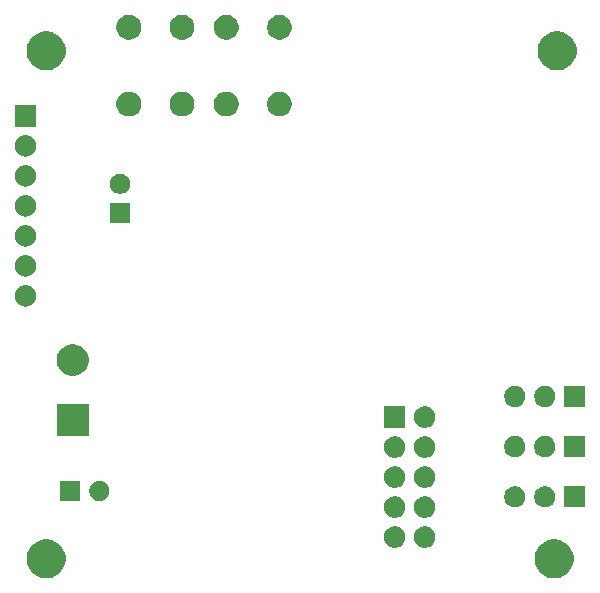
<source format=gbr>
G04 #@! TF.GenerationSoftware,KiCad,Pcbnew,(5.1.5)-3*
G04 #@! TF.CreationDate,2021-01-11T18:37:13+01:00*
G04 #@! TF.ProjectId,esp12Board,65737031-3242-46f6-9172-642e6b696361,rev?*
G04 #@! TF.SameCoordinates,Original*
G04 #@! TF.FileFunction,Soldermask,Bot*
G04 #@! TF.FilePolarity,Negative*
%FSLAX46Y46*%
G04 Gerber Fmt 4.6, Leading zero omitted, Abs format (unit mm)*
G04 Created by KiCad (PCBNEW (5.1.5)-3) date 2021-01-11 18:37:13*
%MOMM*%
%LPD*%
G04 APERTURE LIST*
%ADD10C,0.100000*%
G04 APERTURE END LIST*
D10*
G36*
X76875256Y-79891298D02*
G01*
X76981579Y-79912447D01*
X77282042Y-80036903D01*
X77552451Y-80217585D01*
X77782415Y-80447549D01*
X77963097Y-80717958D01*
X78087553Y-81018421D01*
X78151000Y-81337391D01*
X78151000Y-81662609D01*
X78087553Y-81981579D01*
X77963097Y-82282042D01*
X77782415Y-82552451D01*
X77552451Y-82782415D01*
X77282042Y-82963097D01*
X76981579Y-83087553D01*
X76875256Y-83108702D01*
X76662611Y-83151000D01*
X76337389Y-83151000D01*
X76124744Y-83108702D01*
X76018421Y-83087553D01*
X75717958Y-82963097D01*
X75447549Y-82782415D01*
X75217585Y-82552451D01*
X75036903Y-82282042D01*
X74912447Y-81981579D01*
X74849000Y-81662609D01*
X74849000Y-81337391D01*
X74912447Y-81018421D01*
X75036903Y-80717958D01*
X75217585Y-80447549D01*
X75447549Y-80217585D01*
X75717958Y-80036903D01*
X76018421Y-79912447D01*
X76124744Y-79891298D01*
X76337389Y-79849000D01*
X76662611Y-79849000D01*
X76875256Y-79891298D01*
G37*
G36*
X33875256Y-79891298D02*
G01*
X33981579Y-79912447D01*
X34282042Y-80036903D01*
X34552451Y-80217585D01*
X34782415Y-80447549D01*
X34963097Y-80717958D01*
X35087553Y-81018421D01*
X35151000Y-81337391D01*
X35151000Y-81662609D01*
X35087553Y-81981579D01*
X34963097Y-82282042D01*
X34782415Y-82552451D01*
X34552451Y-82782415D01*
X34282042Y-82963097D01*
X33981579Y-83087553D01*
X33875256Y-83108702D01*
X33662611Y-83151000D01*
X33337389Y-83151000D01*
X33124744Y-83108702D01*
X33018421Y-83087553D01*
X32717958Y-82963097D01*
X32447549Y-82782415D01*
X32217585Y-82552451D01*
X32036903Y-82282042D01*
X31912447Y-81981579D01*
X31849000Y-81662609D01*
X31849000Y-81337391D01*
X31912447Y-81018421D01*
X32036903Y-80717958D01*
X32217585Y-80447549D01*
X32447549Y-80217585D01*
X32717958Y-80036903D01*
X33018421Y-79912447D01*
X33124744Y-79891298D01*
X33337389Y-79849000D01*
X33662611Y-79849000D01*
X33875256Y-79891298D01*
G37*
G36*
X63266778Y-78780547D02*
G01*
X63433224Y-78849491D01*
X63583022Y-78949583D01*
X63710417Y-79076978D01*
X63810509Y-79226776D01*
X63879453Y-79393222D01*
X63914600Y-79569918D01*
X63914600Y-79750082D01*
X63879453Y-79926778D01*
X63810509Y-80093224D01*
X63710417Y-80243022D01*
X63583022Y-80370417D01*
X63433224Y-80470509D01*
X63266778Y-80539453D01*
X63090082Y-80574600D01*
X62909918Y-80574600D01*
X62733222Y-80539453D01*
X62566776Y-80470509D01*
X62416978Y-80370417D01*
X62289583Y-80243022D01*
X62189491Y-80093224D01*
X62120547Y-79926778D01*
X62085400Y-79750082D01*
X62085400Y-79569918D01*
X62120547Y-79393222D01*
X62189491Y-79226776D01*
X62289583Y-79076978D01*
X62416978Y-78949583D01*
X62566776Y-78849491D01*
X62733222Y-78780547D01*
X62909918Y-78745400D01*
X63090082Y-78745400D01*
X63266778Y-78780547D01*
G37*
G36*
X65806778Y-78780547D02*
G01*
X65973224Y-78849491D01*
X66123022Y-78949583D01*
X66250417Y-79076978D01*
X66350509Y-79226776D01*
X66419453Y-79393222D01*
X66454600Y-79569918D01*
X66454600Y-79750082D01*
X66419453Y-79926778D01*
X66350509Y-80093224D01*
X66250417Y-80243022D01*
X66123022Y-80370417D01*
X65973224Y-80470509D01*
X65806778Y-80539453D01*
X65630082Y-80574600D01*
X65449918Y-80574600D01*
X65273222Y-80539453D01*
X65106776Y-80470509D01*
X64956978Y-80370417D01*
X64829583Y-80243022D01*
X64729491Y-80093224D01*
X64660547Y-79926778D01*
X64625400Y-79750082D01*
X64625400Y-79569918D01*
X64660547Y-79393222D01*
X64729491Y-79226776D01*
X64829583Y-79076978D01*
X64956978Y-78949583D01*
X65106776Y-78849491D01*
X65273222Y-78780547D01*
X65449918Y-78745400D01*
X65630082Y-78745400D01*
X65806778Y-78780547D01*
G37*
G36*
X63266778Y-76240547D02*
G01*
X63433224Y-76309491D01*
X63583022Y-76409583D01*
X63710417Y-76536978D01*
X63810509Y-76686776D01*
X63879453Y-76853222D01*
X63914600Y-77029918D01*
X63914600Y-77210082D01*
X63879453Y-77386778D01*
X63810509Y-77553224D01*
X63710417Y-77703022D01*
X63583022Y-77830417D01*
X63433224Y-77930509D01*
X63266778Y-77999453D01*
X63090082Y-78034600D01*
X62909918Y-78034600D01*
X62733222Y-77999453D01*
X62566776Y-77930509D01*
X62416978Y-77830417D01*
X62289583Y-77703022D01*
X62189491Y-77553224D01*
X62120547Y-77386778D01*
X62085400Y-77210082D01*
X62085400Y-77029918D01*
X62120547Y-76853222D01*
X62189491Y-76686776D01*
X62289583Y-76536978D01*
X62416978Y-76409583D01*
X62566776Y-76309491D01*
X62733222Y-76240547D01*
X62909918Y-76205400D01*
X63090082Y-76205400D01*
X63266778Y-76240547D01*
G37*
G36*
X65806778Y-76240547D02*
G01*
X65973224Y-76309491D01*
X66123022Y-76409583D01*
X66250417Y-76536978D01*
X66350509Y-76686776D01*
X66419453Y-76853222D01*
X66454600Y-77029918D01*
X66454600Y-77210082D01*
X66419453Y-77386778D01*
X66350509Y-77553224D01*
X66250417Y-77703022D01*
X66123022Y-77830417D01*
X65973224Y-77930509D01*
X65806778Y-77999453D01*
X65630082Y-78034600D01*
X65449918Y-78034600D01*
X65273222Y-77999453D01*
X65106776Y-77930509D01*
X64956978Y-77830417D01*
X64829583Y-77703022D01*
X64729491Y-77553224D01*
X64660547Y-77386778D01*
X64625400Y-77210082D01*
X64625400Y-77029918D01*
X64660547Y-76853222D01*
X64729491Y-76686776D01*
X64829583Y-76536978D01*
X64956978Y-76409583D01*
X65106776Y-76309491D01*
X65273222Y-76240547D01*
X65449918Y-76205400D01*
X65630082Y-76205400D01*
X65806778Y-76240547D01*
G37*
G36*
X75823512Y-75353927D02*
G01*
X75972812Y-75383624D01*
X76136784Y-75451544D01*
X76284354Y-75550147D01*
X76409853Y-75675646D01*
X76508456Y-75823216D01*
X76576376Y-75987188D01*
X76611000Y-76161259D01*
X76611000Y-76338741D01*
X76576376Y-76512812D01*
X76508456Y-76676784D01*
X76409853Y-76824354D01*
X76284354Y-76949853D01*
X76136784Y-77048456D01*
X75972812Y-77116376D01*
X75823512Y-77146073D01*
X75798742Y-77151000D01*
X75621258Y-77151000D01*
X75596488Y-77146073D01*
X75447188Y-77116376D01*
X75283216Y-77048456D01*
X75135646Y-76949853D01*
X75010147Y-76824354D01*
X74911544Y-76676784D01*
X74843624Y-76512812D01*
X74809000Y-76338741D01*
X74809000Y-76161259D01*
X74843624Y-75987188D01*
X74911544Y-75823216D01*
X75010147Y-75675646D01*
X75135646Y-75550147D01*
X75283216Y-75451544D01*
X75447188Y-75383624D01*
X75596488Y-75353927D01*
X75621258Y-75349000D01*
X75798742Y-75349000D01*
X75823512Y-75353927D01*
G37*
G36*
X79151000Y-77151000D02*
G01*
X77349000Y-77151000D01*
X77349000Y-75349000D01*
X79151000Y-75349000D01*
X79151000Y-77151000D01*
G37*
G36*
X73283512Y-75353927D02*
G01*
X73432812Y-75383624D01*
X73596784Y-75451544D01*
X73744354Y-75550147D01*
X73869853Y-75675646D01*
X73968456Y-75823216D01*
X74036376Y-75987188D01*
X74071000Y-76161259D01*
X74071000Y-76338741D01*
X74036376Y-76512812D01*
X73968456Y-76676784D01*
X73869853Y-76824354D01*
X73744354Y-76949853D01*
X73596784Y-77048456D01*
X73432812Y-77116376D01*
X73283512Y-77146073D01*
X73258742Y-77151000D01*
X73081258Y-77151000D01*
X73056488Y-77146073D01*
X72907188Y-77116376D01*
X72743216Y-77048456D01*
X72595646Y-76949853D01*
X72470147Y-76824354D01*
X72371544Y-76676784D01*
X72303624Y-76512812D01*
X72269000Y-76338741D01*
X72269000Y-76161259D01*
X72303624Y-75987188D01*
X72371544Y-75823216D01*
X72470147Y-75675646D01*
X72595646Y-75550147D01*
X72743216Y-75451544D01*
X72907188Y-75383624D01*
X73056488Y-75353927D01*
X73081258Y-75349000D01*
X73258742Y-75349000D01*
X73283512Y-75353927D01*
G37*
G36*
X36351000Y-76601000D02*
G01*
X34649000Y-76601000D01*
X34649000Y-74899000D01*
X36351000Y-74899000D01*
X36351000Y-76601000D01*
G37*
G36*
X38248228Y-74931703D02*
G01*
X38403100Y-74995853D01*
X38542481Y-75088985D01*
X38661015Y-75207519D01*
X38754147Y-75346900D01*
X38818297Y-75501772D01*
X38851000Y-75666184D01*
X38851000Y-75833816D01*
X38818297Y-75998228D01*
X38754147Y-76153100D01*
X38661015Y-76292481D01*
X38542481Y-76411015D01*
X38403100Y-76504147D01*
X38248228Y-76568297D01*
X38083816Y-76601000D01*
X37916184Y-76601000D01*
X37751772Y-76568297D01*
X37596900Y-76504147D01*
X37457519Y-76411015D01*
X37338985Y-76292481D01*
X37245853Y-76153100D01*
X37181703Y-75998228D01*
X37149000Y-75833816D01*
X37149000Y-75666184D01*
X37181703Y-75501772D01*
X37245853Y-75346900D01*
X37338985Y-75207519D01*
X37457519Y-75088985D01*
X37596900Y-74995853D01*
X37751772Y-74931703D01*
X37916184Y-74899000D01*
X38083816Y-74899000D01*
X38248228Y-74931703D01*
G37*
G36*
X65806778Y-73700547D02*
G01*
X65973224Y-73769491D01*
X66123022Y-73869583D01*
X66250417Y-73996978D01*
X66350509Y-74146776D01*
X66419453Y-74313222D01*
X66454600Y-74489918D01*
X66454600Y-74670082D01*
X66419453Y-74846778D01*
X66350509Y-75013224D01*
X66250417Y-75163022D01*
X66123022Y-75290417D01*
X65973224Y-75390509D01*
X65806778Y-75459453D01*
X65630082Y-75494600D01*
X65449918Y-75494600D01*
X65273222Y-75459453D01*
X65106776Y-75390509D01*
X64956978Y-75290417D01*
X64829583Y-75163022D01*
X64729491Y-75013224D01*
X64660547Y-74846778D01*
X64625400Y-74670082D01*
X64625400Y-74489918D01*
X64660547Y-74313222D01*
X64729491Y-74146776D01*
X64829583Y-73996978D01*
X64956978Y-73869583D01*
X65106776Y-73769491D01*
X65273222Y-73700547D01*
X65449918Y-73665400D01*
X65630082Y-73665400D01*
X65806778Y-73700547D01*
G37*
G36*
X63266778Y-73700547D02*
G01*
X63433224Y-73769491D01*
X63583022Y-73869583D01*
X63710417Y-73996978D01*
X63810509Y-74146776D01*
X63879453Y-74313222D01*
X63914600Y-74489918D01*
X63914600Y-74670082D01*
X63879453Y-74846778D01*
X63810509Y-75013224D01*
X63710417Y-75163022D01*
X63583022Y-75290417D01*
X63433224Y-75390509D01*
X63266778Y-75459453D01*
X63090082Y-75494600D01*
X62909918Y-75494600D01*
X62733222Y-75459453D01*
X62566776Y-75390509D01*
X62416978Y-75290417D01*
X62289583Y-75163022D01*
X62189491Y-75013224D01*
X62120547Y-74846778D01*
X62085400Y-74670082D01*
X62085400Y-74489918D01*
X62120547Y-74313222D01*
X62189491Y-74146776D01*
X62289583Y-73996978D01*
X62416978Y-73869583D01*
X62566776Y-73769491D01*
X62733222Y-73700547D01*
X62909918Y-73665400D01*
X63090082Y-73665400D01*
X63266778Y-73700547D01*
G37*
G36*
X63266778Y-71160547D02*
G01*
X63433224Y-71229491D01*
X63583022Y-71329583D01*
X63710417Y-71456978D01*
X63810509Y-71606776D01*
X63879453Y-71773222D01*
X63914600Y-71949918D01*
X63914600Y-72130082D01*
X63879453Y-72306778D01*
X63810509Y-72473224D01*
X63710417Y-72623022D01*
X63583022Y-72750417D01*
X63433224Y-72850509D01*
X63266778Y-72919453D01*
X63090082Y-72954600D01*
X62909918Y-72954600D01*
X62733222Y-72919453D01*
X62566776Y-72850509D01*
X62416978Y-72750417D01*
X62289583Y-72623022D01*
X62189491Y-72473224D01*
X62120547Y-72306778D01*
X62085400Y-72130082D01*
X62085400Y-71949918D01*
X62120547Y-71773222D01*
X62189491Y-71606776D01*
X62289583Y-71456978D01*
X62416978Y-71329583D01*
X62566776Y-71229491D01*
X62733222Y-71160547D01*
X62909918Y-71125400D01*
X63090082Y-71125400D01*
X63266778Y-71160547D01*
G37*
G36*
X65806778Y-71160547D02*
G01*
X65973224Y-71229491D01*
X66123022Y-71329583D01*
X66250417Y-71456978D01*
X66350509Y-71606776D01*
X66419453Y-71773222D01*
X66454600Y-71949918D01*
X66454600Y-72130082D01*
X66419453Y-72306778D01*
X66350509Y-72473224D01*
X66250417Y-72623022D01*
X66123022Y-72750417D01*
X65973224Y-72850509D01*
X65806778Y-72919453D01*
X65630082Y-72954600D01*
X65449918Y-72954600D01*
X65273222Y-72919453D01*
X65106776Y-72850509D01*
X64956978Y-72750417D01*
X64829583Y-72623022D01*
X64729491Y-72473224D01*
X64660547Y-72306778D01*
X64625400Y-72130082D01*
X64625400Y-71949918D01*
X64660547Y-71773222D01*
X64729491Y-71606776D01*
X64829583Y-71456978D01*
X64956978Y-71329583D01*
X65106776Y-71229491D01*
X65273222Y-71160547D01*
X65449918Y-71125400D01*
X65630082Y-71125400D01*
X65806778Y-71160547D01*
G37*
G36*
X79151000Y-72901000D02*
G01*
X77349000Y-72901000D01*
X77349000Y-71099000D01*
X79151000Y-71099000D01*
X79151000Y-72901000D01*
G37*
G36*
X75823512Y-71103927D02*
G01*
X75972812Y-71133624D01*
X76136784Y-71201544D01*
X76284354Y-71300147D01*
X76409853Y-71425646D01*
X76508456Y-71573216D01*
X76576376Y-71737188D01*
X76611000Y-71911259D01*
X76611000Y-72088741D01*
X76576376Y-72262812D01*
X76508456Y-72426784D01*
X76409853Y-72574354D01*
X76284354Y-72699853D01*
X76136784Y-72798456D01*
X75972812Y-72866376D01*
X75823512Y-72896073D01*
X75798742Y-72901000D01*
X75621258Y-72901000D01*
X75596488Y-72896073D01*
X75447188Y-72866376D01*
X75283216Y-72798456D01*
X75135646Y-72699853D01*
X75010147Y-72574354D01*
X74911544Y-72426784D01*
X74843624Y-72262812D01*
X74809000Y-72088741D01*
X74809000Y-71911259D01*
X74843624Y-71737188D01*
X74911544Y-71573216D01*
X75010147Y-71425646D01*
X75135646Y-71300147D01*
X75283216Y-71201544D01*
X75447188Y-71133624D01*
X75596488Y-71103927D01*
X75621258Y-71099000D01*
X75798742Y-71099000D01*
X75823512Y-71103927D01*
G37*
G36*
X73283512Y-71103927D02*
G01*
X73432812Y-71133624D01*
X73596784Y-71201544D01*
X73744354Y-71300147D01*
X73869853Y-71425646D01*
X73968456Y-71573216D01*
X74036376Y-71737188D01*
X74071000Y-71911259D01*
X74071000Y-72088741D01*
X74036376Y-72262812D01*
X73968456Y-72426784D01*
X73869853Y-72574354D01*
X73744354Y-72699853D01*
X73596784Y-72798456D01*
X73432812Y-72866376D01*
X73283512Y-72896073D01*
X73258742Y-72901000D01*
X73081258Y-72901000D01*
X73056488Y-72896073D01*
X72907188Y-72866376D01*
X72743216Y-72798456D01*
X72595646Y-72699853D01*
X72470147Y-72574354D01*
X72371544Y-72426784D01*
X72303624Y-72262812D01*
X72269000Y-72088741D01*
X72269000Y-71911259D01*
X72303624Y-71737188D01*
X72371544Y-71573216D01*
X72470147Y-71425646D01*
X72595646Y-71300147D01*
X72743216Y-71201544D01*
X72907188Y-71133624D01*
X73056488Y-71103927D01*
X73081258Y-71099000D01*
X73258742Y-71099000D01*
X73283512Y-71103927D01*
G37*
G36*
X37101000Y-71101000D02*
G01*
X34399000Y-71101000D01*
X34399000Y-68399000D01*
X37101000Y-68399000D01*
X37101000Y-71101000D01*
G37*
G36*
X63914600Y-70414600D02*
G01*
X62085400Y-70414600D01*
X62085400Y-68585400D01*
X63914600Y-68585400D01*
X63914600Y-70414600D01*
G37*
G36*
X65806778Y-68620547D02*
G01*
X65973224Y-68689491D01*
X66123022Y-68789583D01*
X66250417Y-68916978D01*
X66350509Y-69066776D01*
X66419453Y-69233222D01*
X66454600Y-69409918D01*
X66454600Y-69590082D01*
X66419453Y-69766778D01*
X66350509Y-69933224D01*
X66250417Y-70083022D01*
X66123022Y-70210417D01*
X65973224Y-70310509D01*
X65806778Y-70379453D01*
X65630082Y-70414600D01*
X65449918Y-70414600D01*
X65273222Y-70379453D01*
X65106776Y-70310509D01*
X64956978Y-70210417D01*
X64829583Y-70083022D01*
X64729491Y-69933224D01*
X64660547Y-69766778D01*
X64625400Y-69590082D01*
X64625400Y-69409918D01*
X64660547Y-69233222D01*
X64729491Y-69066776D01*
X64829583Y-68916978D01*
X64956978Y-68789583D01*
X65106776Y-68689491D01*
X65273222Y-68620547D01*
X65449918Y-68585400D01*
X65630082Y-68585400D01*
X65806778Y-68620547D01*
G37*
G36*
X73283512Y-66853927D02*
G01*
X73432812Y-66883624D01*
X73596784Y-66951544D01*
X73744354Y-67050147D01*
X73869853Y-67175646D01*
X73968456Y-67323216D01*
X74036376Y-67487188D01*
X74071000Y-67661259D01*
X74071000Y-67838741D01*
X74036376Y-68012812D01*
X73968456Y-68176784D01*
X73869853Y-68324354D01*
X73744354Y-68449853D01*
X73596784Y-68548456D01*
X73432812Y-68616376D01*
X73283512Y-68646073D01*
X73258742Y-68651000D01*
X73081258Y-68651000D01*
X73056488Y-68646073D01*
X72907188Y-68616376D01*
X72743216Y-68548456D01*
X72595646Y-68449853D01*
X72470147Y-68324354D01*
X72371544Y-68176784D01*
X72303624Y-68012812D01*
X72269000Y-67838741D01*
X72269000Y-67661259D01*
X72303624Y-67487188D01*
X72371544Y-67323216D01*
X72470147Y-67175646D01*
X72595646Y-67050147D01*
X72743216Y-66951544D01*
X72907188Y-66883624D01*
X73056488Y-66853927D01*
X73081258Y-66849000D01*
X73258742Y-66849000D01*
X73283512Y-66853927D01*
G37*
G36*
X75823512Y-66853927D02*
G01*
X75972812Y-66883624D01*
X76136784Y-66951544D01*
X76284354Y-67050147D01*
X76409853Y-67175646D01*
X76508456Y-67323216D01*
X76576376Y-67487188D01*
X76611000Y-67661259D01*
X76611000Y-67838741D01*
X76576376Y-68012812D01*
X76508456Y-68176784D01*
X76409853Y-68324354D01*
X76284354Y-68449853D01*
X76136784Y-68548456D01*
X75972812Y-68616376D01*
X75823512Y-68646073D01*
X75798742Y-68651000D01*
X75621258Y-68651000D01*
X75596488Y-68646073D01*
X75447188Y-68616376D01*
X75283216Y-68548456D01*
X75135646Y-68449853D01*
X75010147Y-68324354D01*
X74911544Y-68176784D01*
X74843624Y-68012812D01*
X74809000Y-67838741D01*
X74809000Y-67661259D01*
X74843624Y-67487188D01*
X74911544Y-67323216D01*
X75010147Y-67175646D01*
X75135646Y-67050147D01*
X75283216Y-66951544D01*
X75447188Y-66883624D01*
X75596488Y-66853927D01*
X75621258Y-66849000D01*
X75798742Y-66849000D01*
X75823512Y-66853927D01*
G37*
G36*
X79151000Y-68651000D02*
G01*
X77349000Y-68651000D01*
X77349000Y-66849000D01*
X79151000Y-66849000D01*
X79151000Y-68651000D01*
G37*
G36*
X36144072Y-63370918D02*
G01*
X36389939Y-63472759D01*
X36611212Y-63620610D01*
X36799390Y-63808788D01*
X36947241Y-64030061D01*
X37049082Y-64275928D01*
X37101000Y-64536938D01*
X37101000Y-64803062D01*
X37049082Y-65064072D01*
X36947241Y-65309939D01*
X36799390Y-65531212D01*
X36611212Y-65719390D01*
X36389939Y-65867241D01*
X36389938Y-65867242D01*
X36389937Y-65867242D01*
X36144072Y-65969082D01*
X35883063Y-66021000D01*
X35616937Y-66021000D01*
X35355928Y-65969082D01*
X35110063Y-65867242D01*
X35110062Y-65867242D01*
X35110061Y-65867241D01*
X34888788Y-65719390D01*
X34700610Y-65531212D01*
X34552759Y-65309939D01*
X34450918Y-65064072D01*
X34399000Y-64803062D01*
X34399000Y-64536938D01*
X34450918Y-64275928D01*
X34552759Y-64030061D01*
X34700610Y-63808788D01*
X34888788Y-63620610D01*
X35110061Y-63472759D01*
X35355928Y-63370918D01*
X35616937Y-63319000D01*
X35883063Y-63319000D01*
X36144072Y-63370918D01*
G37*
G36*
X31863512Y-58343927D02*
G01*
X32012812Y-58373624D01*
X32176784Y-58441544D01*
X32324354Y-58540147D01*
X32449853Y-58665646D01*
X32548456Y-58813216D01*
X32616376Y-58977188D01*
X32651000Y-59151259D01*
X32651000Y-59328741D01*
X32616376Y-59502812D01*
X32548456Y-59666784D01*
X32449853Y-59814354D01*
X32324354Y-59939853D01*
X32176784Y-60038456D01*
X32012812Y-60106376D01*
X31863512Y-60136073D01*
X31838742Y-60141000D01*
X31661258Y-60141000D01*
X31636488Y-60136073D01*
X31487188Y-60106376D01*
X31323216Y-60038456D01*
X31175646Y-59939853D01*
X31050147Y-59814354D01*
X30951544Y-59666784D01*
X30883624Y-59502812D01*
X30849000Y-59328741D01*
X30849000Y-59151259D01*
X30883624Y-58977188D01*
X30951544Y-58813216D01*
X31050147Y-58665646D01*
X31175646Y-58540147D01*
X31323216Y-58441544D01*
X31487188Y-58373624D01*
X31636488Y-58343927D01*
X31661258Y-58339000D01*
X31838742Y-58339000D01*
X31863512Y-58343927D01*
G37*
G36*
X31863512Y-55803927D02*
G01*
X32012812Y-55833624D01*
X32176784Y-55901544D01*
X32324354Y-56000147D01*
X32449853Y-56125646D01*
X32548456Y-56273216D01*
X32616376Y-56437188D01*
X32651000Y-56611259D01*
X32651000Y-56788741D01*
X32616376Y-56962812D01*
X32548456Y-57126784D01*
X32449853Y-57274354D01*
X32324354Y-57399853D01*
X32176784Y-57498456D01*
X32012812Y-57566376D01*
X31863512Y-57596073D01*
X31838742Y-57601000D01*
X31661258Y-57601000D01*
X31636488Y-57596073D01*
X31487188Y-57566376D01*
X31323216Y-57498456D01*
X31175646Y-57399853D01*
X31050147Y-57274354D01*
X30951544Y-57126784D01*
X30883624Y-56962812D01*
X30849000Y-56788741D01*
X30849000Y-56611259D01*
X30883624Y-56437188D01*
X30951544Y-56273216D01*
X31050147Y-56125646D01*
X31175646Y-56000147D01*
X31323216Y-55901544D01*
X31487188Y-55833624D01*
X31636488Y-55803927D01*
X31661258Y-55799000D01*
X31838742Y-55799000D01*
X31863512Y-55803927D01*
G37*
G36*
X31863512Y-53263927D02*
G01*
X32012812Y-53293624D01*
X32176784Y-53361544D01*
X32324354Y-53460147D01*
X32449853Y-53585646D01*
X32548456Y-53733216D01*
X32616376Y-53897188D01*
X32651000Y-54071259D01*
X32651000Y-54248741D01*
X32616376Y-54422812D01*
X32548456Y-54586784D01*
X32449853Y-54734354D01*
X32324354Y-54859853D01*
X32176784Y-54958456D01*
X32012812Y-55026376D01*
X31863512Y-55056073D01*
X31838742Y-55061000D01*
X31661258Y-55061000D01*
X31636488Y-55056073D01*
X31487188Y-55026376D01*
X31323216Y-54958456D01*
X31175646Y-54859853D01*
X31050147Y-54734354D01*
X30951544Y-54586784D01*
X30883624Y-54422812D01*
X30849000Y-54248741D01*
X30849000Y-54071259D01*
X30883624Y-53897188D01*
X30951544Y-53733216D01*
X31050147Y-53585646D01*
X31175646Y-53460147D01*
X31323216Y-53361544D01*
X31487188Y-53293624D01*
X31636488Y-53263927D01*
X31661258Y-53259000D01*
X31838742Y-53259000D01*
X31863512Y-53263927D01*
G37*
G36*
X40601000Y-53101000D02*
G01*
X38899000Y-53101000D01*
X38899000Y-51399000D01*
X40601000Y-51399000D01*
X40601000Y-53101000D01*
G37*
G36*
X31863512Y-50723927D02*
G01*
X32012812Y-50753624D01*
X32176784Y-50821544D01*
X32324354Y-50920147D01*
X32449853Y-51045646D01*
X32548456Y-51193216D01*
X32616376Y-51357188D01*
X32651000Y-51531259D01*
X32651000Y-51708741D01*
X32616376Y-51882812D01*
X32548456Y-52046784D01*
X32449853Y-52194354D01*
X32324354Y-52319853D01*
X32176784Y-52418456D01*
X32012812Y-52486376D01*
X31863512Y-52516073D01*
X31838742Y-52521000D01*
X31661258Y-52521000D01*
X31636488Y-52516073D01*
X31487188Y-52486376D01*
X31323216Y-52418456D01*
X31175646Y-52319853D01*
X31050147Y-52194354D01*
X30951544Y-52046784D01*
X30883624Y-51882812D01*
X30849000Y-51708741D01*
X30849000Y-51531259D01*
X30883624Y-51357188D01*
X30951544Y-51193216D01*
X31050147Y-51045646D01*
X31175646Y-50920147D01*
X31323216Y-50821544D01*
X31487188Y-50753624D01*
X31636488Y-50723927D01*
X31661258Y-50719000D01*
X31838742Y-50719000D01*
X31863512Y-50723927D01*
G37*
G36*
X39998228Y-48931703D02*
G01*
X40153100Y-48995853D01*
X40292481Y-49088985D01*
X40411015Y-49207519D01*
X40504147Y-49346900D01*
X40568297Y-49501772D01*
X40601000Y-49666184D01*
X40601000Y-49833816D01*
X40568297Y-49998228D01*
X40504147Y-50153100D01*
X40411015Y-50292481D01*
X40292481Y-50411015D01*
X40153100Y-50504147D01*
X39998228Y-50568297D01*
X39833816Y-50601000D01*
X39666184Y-50601000D01*
X39501772Y-50568297D01*
X39346900Y-50504147D01*
X39207519Y-50411015D01*
X39088985Y-50292481D01*
X38995853Y-50153100D01*
X38931703Y-49998228D01*
X38899000Y-49833816D01*
X38899000Y-49666184D01*
X38931703Y-49501772D01*
X38995853Y-49346900D01*
X39088985Y-49207519D01*
X39207519Y-49088985D01*
X39346900Y-48995853D01*
X39501772Y-48931703D01*
X39666184Y-48899000D01*
X39833816Y-48899000D01*
X39998228Y-48931703D01*
G37*
G36*
X31863512Y-48183927D02*
G01*
X32012812Y-48213624D01*
X32176784Y-48281544D01*
X32324354Y-48380147D01*
X32449853Y-48505646D01*
X32548456Y-48653216D01*
X32616376Y-48817188D01*
X32651000Y-48991259D01*
X32651000Y-49168741D01*
X32616376Y-49342812D01*
X32548456Y-49506784D01*
X32449853Y-49654354D01*
X32324354Y-49779853D01*
X32176784Y-49878456D01*
X32012812Y-49946376D01*
X31863512Y-49976073D01*
X31838742Y-49981000D01*
X31661258Y-49981000D01*
X31636488Y-49976073D01*
X31487188Y-49946376D01*
X31323216Y-49878456D01*
X31175646Y-49779853D01*
X31050147Y-49654354D01*
X30951544Y-49506784D01*
X30883624Y-49342812D01*
X30849000Y-49168741D01*
X30849000Y-48991259D01*
X30883624Y-48817188D01*
X30951544Y-48653216D01*
X31050147Y-48505646D01*
X31175646Y-48380147D01*
X31323216Y-48281544D01*
X31487188Y-48213624D01*
X31636488Y-48183927D01*
X31661258Y-48179000D01*
X31838742Y-48179000D01*
X31863512Y-48183927D01*
G37*
G36*
X31863512Y-45643927D02*
G01*
X32012812Y-45673624D01*
X32176784Y-45741544D01*
X32324354Y-45840147D01*
X32449853Y-45965646D01*
X32548456Y-46113216D01*
X32616376Y-46277188D01*
X32651000Y-46451259D01*
X32651000Y-46628741D01*
X32616376Y-46802812D01*
X32548456Y-46966784D01*
X32449853Y-47114354D01*
X32324354Y-47239853D01*
X32176784Y-47338456D01*
X32012812Y-47406376D01*
X31863512Y-47436073D01*
X31838742Y-47441000D01*
X31661258Y-47441000D01*
X31636488Y-47436073D01*
X31487188Y-47406376D01*
X31323216Y-47338456D01*
X31175646Y-47239853D01*
X31050147Y-47114354D01*
X30951544Y-46966784D01*
X30883624Y-46802812D01*
X30849000Y-46628741D01*
X30849000Y-46451259D01*
X30883624Y-46277188D01*
X30951544Y-46113216D01*
X31050147Y-45965646D01*
X31175646Y-45840147D01*
X31323216Y-45741544D01*
X31487188Y-45673624D01*
X31636488Y-45643927D01*
X31661258Y-45639000D01*
X31838742Y-45639000D01*
X31863512Y-45643927D01*
G37*
G36*
X32651000Y-44901000D02*
G01*
X30849000Y-44901000D01*
X30849000Y-43099000D01*
X32651000Y-43099000D01*
X32651000Y-44901000D01*
G37*
G36*
X45306564Y-41989389D02*
G01*
X45497833Y-42068615D01*
X45497835Y-42068616D01*
X45669973Y-42183635D01*
X45816365Y-42330027D01*
X45931385Y-42502167D01*
X46010611Y-42693436D01*
X46051000Y-42896484D01*
X46051000Y-43103516D01*
X46010611Y-43306564D01*
X45931385Y-43497833D01*
X45931384Y-43497835D01*
X45816365Y-43669973D01*
X45669973Y-43816365D01*
X45497835Y-43931384D01*
X45497834Y-43931385D01*
X45497833Y-43931385D01*
X45306564Y-44010611D01*
X45103516Y-44051000D01*
X44896484Y-44051000D01*
X44693436Y-44010611D01*
X44502167Y-43931385D01*
X44502166Y-43931385D01*
X44502165Y-43931384D01*
X44330027Y-43816365D01*
X44183635Y-43669973D01*
X44068616Y-43497835D01*
X44068615Y-43497833D01*
X43989389Y-43306564D01*
X43949000Y-43103516D01*
X43949000Y-42896484D01*
X43989389Y-42693436D01*
X44068615Y-42502167D01*
X44183635Y-42330027D01*
X44330027Y-42183635D01*
X44502165Y-42068616D01*
X44502167Y-42068615D01*
X44693436Y-41989389D01*
X44896484Y-41949000D01*
X45103516Y-41949000D01*
X45306564Y-41989389D01*
G37*
G36*
X40806564Y-41989389D02*
G01*
X40997833Y-42068615D01*
X40997835Y-42068616D01*
X41169973Y-42183635D01*
X41316365Y-42330027D01*
X41431385Y-42502167D01*
X41510611Y-42693436D01*
X41551000Y-42896484D01*
X41551000Y-43103516D01*
X41510611Y-43306564D01*
X41431385Y-43497833D01*
X41431384Y-43497835D01*
X41316365Y-43669973D01*
X41169973Y-43816365D01*
X40997835Y-43931384D01*
X40997834Y-43931385D01*
X40997833Y-43931385D01*
X40806564Y-44010611D01*
X40603516Y-44051000D01*
X40396484Y-44051000D01*
X40193436Y-44010611D01*
X40002167Y-43931385D01*
X40002166Y-43931385D01*
X40002165Y-43931384D01*
X39830027Y-43816365D01*
X39683635Y-43669973D01*
X39568616Y-43497835D01*
X39568615Y-43497833D01*
X39489389Y-43306564D01*
X39449000Y-43103516D01*
X39449000Y-42896484D01*
X39489389Y-42693436D01*
X39568615Y-42502167D01*
X39683635Y-42330027D01*
X39830027Y-42183635D01*
X40002165Y-42068616D01*
X40002167Y-42068615D01*
X40193436Y-41989389D01*
X40396484Y-41949000D01*
X40603516Y-41949000D01*
X40806564Y-41989389D01*
G37*
G36*
X53556564Y-41989389D02*
G01*
X53747833Y-42068615D01*
X53747835Y-42068616D01*
X53919973Y-42183635D01*
X54066365Y-42330027D01*
X54181385Y-42502167D01*
X54260611Y-42693436D01*
X54301000Y-42896484D01*
X54301000Y-43103516D01*
X54260611Y-43306564D01*
X54181385Y-43497833D01*
X54181384Y-43497835D01*
X54066365Y-43669973D01*
X53919973Y-43816365D01*
X53747835Y-43931384D01*
X53747834Y-43931385D01*
X53747833Y-43931385D01*
X53556564Y-44010611D01*
X53353516Y-44051000D01*
X53146484Y-44051000D01*
X52943436Y-44010611D01*
X52752167Y-43931385D01*
X52752166Y-43931385D01*
X52752165Y-43931384D01*
X52580027Y-43816365D01*
X52433635Y-43669973D01*
X52318616Y-43497835D01*
X52318615Y-43497833D01*
X52239389Y-43306564D01*
X52199000Y-43103516D01*
X52199000Y-42896484D01*
X52239389Y-42693436D01*
X52318615Y-42502167D01*
X52433635Y-42330027D01*
X52580027Y-42183635D01*
X52752165Y-42068616D01*
X52752167Y-42068615D01*
X52943436Y-41989389D01*
X53146484Y-41949000D01*
X53353516Y-41949000D01*
X53556564Y-41989389D01*
G37*
G36*
X49056564Y-41989389D02*
G01*
X49247833Y-42068615D01*
X49247835Y-42068616D01*
X49419973Y-42183635D01*
X49566365Y-42330027D01*
X49681385Y-42502167D01*
X49760611Y-42693436D01*
X49801000Y-42896484D01*
X49801000Y-43103516D01*
X49760611Y-43306564D01*
X49681385Y-43497833D01*
X49681384Y-43497835D01*
X49566365Y-43669973D01*
X49419973Y-43816365D01*
X49247835Y-43931384D01*
X49247834Y-43931385D01*
X49247833Y-43931385D01*
X49056564Y-44010611D01*
X48853516Y-44051000D01*
X48646484Y-44051000D01*
X48443436Y-44010611D01*
X48252167Y-43931385D01*
X48252166Y-43931385D01*
X48252165Y-43931384D01*
X48080027Y-43816365D01*
X47933635Y-43669973D01*
X47818616Y-43497835D01*
X47818615Y-43497833D01*
X47739389Y-43306564D01*
X47699000Y-43103516D01*
X47699000Y-42896484D01*
X47739389Y-42693436D01*
X47818615Y-42502167D01*
X47933635Y-42330027D01*
X48080027Y-42183635D01*
X48252165Y-42068616D01*
X48252167Y-42068615D01*
X48443436Y-41989389D01*
X48646484Y-41949000D01*
X48853516Y-41949000D01*
X49056564Y-41989389D01*
G37*
G36*
X33875256Y-36891298D02*
G01*
X33981579Y-36912447D01*
X34282042Y-37036903D01*
X34552451Y-37217585D01*
X34782415Y-37447549D01*
X34963097Y-37717958D01*
X35087553Y-38018421D01*
X35151000Y-38337391D01*
X35151000Y-38662609D01*
X35087553Y-38981579D01*
X34963097Y-39282042D01*
X34782415Y-39552451D01*
X34552451Y-39782415D01*
X34282042Y-39963097D01*
X33981579Y-40087553D01*
X33875256Y-40108702D01*
X33662611Y-40151000D01*
X33337389Y-40151000D01*
X33124744Y-40108702D01*
X33018421Y-40087553D01*
X32717958Y-39963097D01*
X32447549Y-39782415D01*
X32217585Y-39552451D01*
X32036903Y-39282042D01*
X31912447Y-38981579D01*
X31849000Y-38662609D01*
X31849000Y-38337391D01*
X31912447Y-38018421D01*
X32036903Y-37717958D01*
X32217585Y-37447549D01*
X32447549Y-37217585D01*
X32717958Y-37036903D01*
X33018421Y-36912447D01*
X33124744Y-36891298D01*
X33337389Y-36849000D01*
X33662611Y-36849000D01*
X33875256Y-36891298D01*
G37*
G36*
X77125256Y-36891298D02*
G01*
X77231579Y-36912447D01*
X77532042Y-37036903D01*
X77802451Y-37217585D01*
X78032415Y-37447549D01*
X78213097Y-37717958D01*
X78337553Y-38018421D01*
X78401000Y-38337391D01*
X78401000Y-38662609D01*
X78337553Y-38981579D01*
X78213097Y-39282042D01*
X78032415Y-39552451D01*
X77802451Y-39782415D01*
X77532042Y-39963097D01*
X77231579Y-40087553D01*
X77125256Y-40108702D01*
X76912611Y-40151000D01*
X76587389Y-40151000D01*
X76374744Y-40108702D01*
X76268421Y-40087553D01*
X75967958Y-39963097D01*
X75697549Y-39782415D01*
X75467585Y-39552451D01*
X75286903Y-39282042D01*
X75162447Y-38981579D01*
X75099000Y-38662609D01*
X75099000Y-38337391D01*
X75162447Y-38018421D01*
X75286903Y-37717958D01*
X75467585Y-37447549D01*
X75697549Y-37217585D01*
X75967958Y-37036903D01*
X76268421Y-36912447D01*
X76374744Y-36891298D01*
X76587389Y-36849000D01*
X76912611Y-36849000D01*
X77125256Y-36891298D01*
G37*
G36*
X40806564Y-35489389D02*
G01*
X40997833Y-35568615D01*
X40997835Y-35568616D01*
X41169973Y-35683635D01*
X41316365Y-35830027D01*
X41431385Y-36002167D01*
X41510611Y-36193436D01*
X41551000Y-36396484D01*
X41551000Y-36603516D01*
X41510611Y-36806564D01*
X41493033Y-36849000D01*
X41431384Y-36997835D01*
X41316365Y-37169973D01*
X41169973Y-37316365D01*
X40997835Y-37431384D01*
X40997834Y-37431385D01*
X40997833Y-37431385D01*
X40806564Y-37510611D01*
X40603516Y-37551000D01*
X40396484Y-37551000D01*
X40193436Y-37510611D01*
X40002167Y-37431385D01*
X40002166Y-37431385D01*
X40002165Y-37431384D01*
X39830027Y-37316365D01*
X39683635Y-37169973D01*
X39568616Y-36997835D01*
X39506967Y-36849000D01*
X39489389Y-36806564D01*
X39449000Y-36603516D01*
X39449000Y-36396484D01*
X39489389Y-36193436D01*
X39568615Y-36002167D01*
X39683635Y-35830027D01*
X39830027Y-35683635D01*
X40002165Y-35568616D01*
X40002167Y-35568615D01*
X40193436Y-35489389D01*
X40396484Y-35449000D01*
X40603516Y-35449000D01*
X40806564Y-35489389D01*
G37*
G36*
X45306564Y-35489389D02*
G01*
X45497833Y-35568615D01*
X45497835Y-35568616D01*
X45669973Y-35683635D01*
X45816365Y-35830027D01*
X45931385Y-36002167D01*
X46010611Y-36193436D01*
X46051000Y-36396484D01*
X46051000Y-36603516D01*
X46010611Y-36806564D01*
X45993033Y-36849000D01*
X45931384Y-36997835D01*
X45816365Y-37169973D01*
X45669973Y-37316365D01*
X45497835Y-37431384D01*
X45497834Y-37431385D01*
X45497833Y-37431385D01*
X45306564Y-37510611D01*
X45103516Y-37551000D01*
X44896484Y-37551000D01*
X44693436Y-37510611D01*
X44502167Y-37431385D01*
X44502166Y-37431385D01*
X44502165Y-37431384D01*
X44330027Y-37316365D01*
X44183635Y-37169973D01*
X44068616Y-36997835D01*
X44006967Y-36849000D01*
X43989389Y-36806564D01*
X43949000Y-36603516D01*
X43949000Y-36396484D01*
X43989389Y-36193436D01*
X44068615Y-36002167D01*
X44183635Y-35830027D01*
X44330027Y-35683635D01*
X44502165Y-35568616D01*
X44502167Y-35568615D01*
X44693436Y-35489389D01*
X44896484Y-35449000D01*
X45103516Y-35449000D01*
X45306564Y-35489389D01*
G37*
G36*
X49056564Y-35489389D02*
G01*
X49247833Y-35568615D01*
X49247835Y-35568616D01*
X49419973Y-35683635D01*
X49566365Y-35830027D01*
X49681385Y-36002167D01*
X49760611Y-36193436D01*
X49801000Y-36396484D01*
X49801000Y-36603516D01*
X49760611Y-36806564D01*
X49743033Y-36849000D01*
X49681384Y-36997835D01*
X49566365Y-37169973D01*
X49419973Y-37316365D01*
X49247835Y-37431384D01*
X49247834Y-37431385D01*
X49247833Y-37431385D01*
X49056564Y-37510611D01*
X48853516Y-37551000D01*
X48646484Y-37551000D01*
X48443436Y-37510611D01*
X48252167Y-37431385D01*
X48252166Y-37431385D01*
X48252165Y-37431384D01*
X48080027Y-37316365D01*
X47933635Y-37169973D01*
X47818616Y-36997835D01*
X47756967Y-36849000D01*
X47739389Y-36806564D01*
X47699000Y-36603516D01*
X47699000Y-36396484D01*
X47739389Y-36193436D01*
X47818615Y-36002167D01*
X47933635Y-35830027D01*
X48080027Y-35683635D01*
X48252165Y-35568616D01*
X48252167Y-35568615D01*
X48443436Y-35489389D01*
X48646484Y-35449000D01*
X48853516Y-35449000D01*
X49056564Y-35489389D01*
G37*
G36*
X53556564Y-35489389D02*
G01*
X53747833Y-35568615D01*
X53747835Y-35568616D01*
X53919973Y-35683635D01*
X54066365Y-35830027D01*
X54181385Y-36002167D01*
X54260611Y-36193436D01*
X54301000Y-36396484D01*
X54301000Y-36603516D01*
X54260611Y-36806564D01*
X54243033Y-36849000D01*
X54181384Y-36997835D01*
X54066365Y-37169973D01*
X53919973Y-37316365D01*
X53747835Y-37431384D01*
X53747834Y-37431385D01*
X53747833Y-37431385D01*
X53556564Y-37510611D01*
X53353516Y-37551000D01*
X53146484Y-37551000D01*
X52943436Y-37510611D01*
X52752167Y-37431385D01*
X52752166Y-37431385D01*
X52752165Y-37431384D01*
X52580027Y-37316365D01*
X52433635Y-37169973D01*
X52318616Y-36997835D01*
X52256967Y-36849000D01*
X52239389Y-36806564D01*
X52199000Y-36603516D01*
X52199000Y-36396484D01*
X52239389Y-36193436D01*
X52318615Y-36002167D01*
X52433635Y-35830027D01*
X52580027Y-35683635D01*
X52752165Y-35568616D01*
X52752167Y-35568615D01*
X52943436Y-35489389D01*
X53146484Y-35449000D01*
X53353516Y-35449000D01*
X53556564Y-35489389D01*
G37*
M02*

</source>
